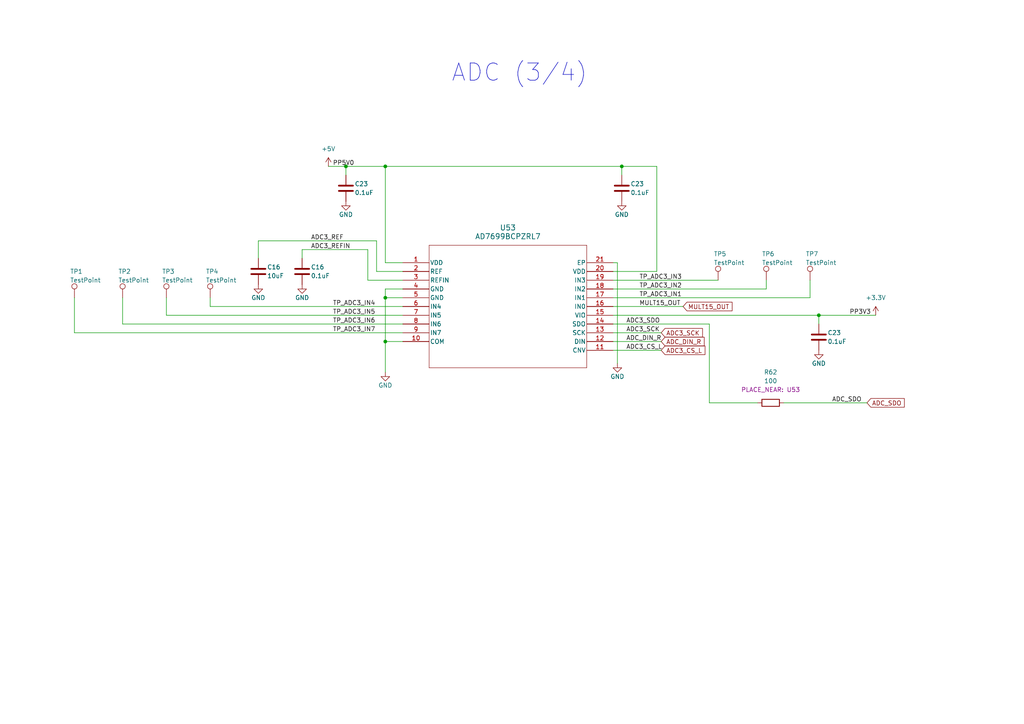
<source format=kicad_sch>
(kicad_sch (version 20230121) (generator eeschema)
  (paper "A4")
  (lib_symbols
    (symbol "AD7699BCPZRL7:AD7699BCPZRL7" (pin_names (offset 0.254))
      (property "Reference" "U" (at 30.48 10.16 0))
      (property "Value" "AD7699BCPZRL7" (at 30.48 7.62 0))
      (symbol "AD7699BCPZRL7_0_1"
        (polyline (pts (xy 7.62 -30.48) (xy 53.34 -30.48)) (stroke (width 0.127)))
        (polyline (pts (xy 7.62 5.08) (xy 7.62 -30.48)) (stroke (width 0.127)))
        (polyline (pts (xy 53.34 -30.48) (xy 53.34 5.08)) (stroke (width 0.127)))
        (polyline (pts (xy 53.34 5.08) (xy 7.62 5.08)) (stroke (width 0.127)))
        (pin power_in line (at 0 0 0) (length 7.62) (name "VDD") (number "1"))
        (pin unspecified line (at 0 -22.86 0) (length 7.62) (name "COM") (number "10"))
        (pin unspecified line (at 60.96 -25.4 180) (length 7.62) (name "CNV") (number "11"))
        (pin unspecified line (at 60.96 -22.86 180) (length 7.62) (name "DIN") (number "12"))
        (pin unspecified line (at 60.96 -20.32 180) (length 7.62) (name "SCK") (number "13"))
        (pin unspecified line (at 60.96 -17.78 180) (length 7.62) (name "SDO") (number "14"))
        (pin power_in line (at 60.96 -15.24 180) (length 7.62) (name "VIO") (number "15"))
        (pin unspecified line (at 60.96 -12.7 180) (length 7.62) (name "IN0") (number "16"))
        (pin unspecified line (at 60.96 -10.16 180) (length 7.62) (name "IN1") (number "17"))
        (pin unspecified line (at 60.96 -7.62 180) (length 7.62) (name "IN2") (number "18"))
        (pin unspecified line (at 60.96 -5.08 180) (length 7.62) (name "IN3") (number "19"))
        (pin unspecified line (at 0 -2.54 0) (length 7.62) (name "REF") (number "2"))
        (pin power_in line (at 60.96 -2.54 180) (length 7.62) (name "VDD") (number "20"))
        (pin unspecified line (at 60.96 0 180) (length 7.62) (name "EP") (number "21"))
        (pin unspecified line (at 0 -5.08 0) (length 7.62) (name "REFIN") (number "3"))
        (pin unspecified line (at 0 -7.62 0) (length 7.62) (name "GND") (number "4"))
        (pin unspecified line (at 0 -10.16 0) (length 7.62) (name "GND") (number "5"))
        (pin unspecified line (at 0 -12.7 0) (length 7.62) (name "IN4") (number "6"))
        (pin unspecified line (at 0 -15.24 0) (length 7.62) (name "IN5") (number "7"))
        (pin unspecified line (at 0 -17.78 0) (length 7.62) (name "IN6") (number "8"))
        (pin unspecified line (at 0 -20.32 0) (length 7.62) (name "IN7") (number "9"))
      )
    )
    (symbol "Connector:TestPoint" (pin_numbers hide) (pin_names (offset 0.762) hide)
      (property "Reference" "TP" (at 0 6.858 0))
      (property "Value" "TestPoint" (at 0 5.08 0))
      (symbol "TestPoint_0_1"
        (circle (center 0 3.302) (radius 0.762))
      )
      (symbol "TestPoint_1_1"
        (pin passive line (at 0 0 90) (length 2.54) (name "1") (number "1"))
      )
    )
    (symbol "Device:C" (pin_numbers hide) (pin_names (offset 0.254))
      (property "Reference" "C" (at 0.635 2.54 0))
      (property "Value" "C" (at 0.635 -2.54 0))
      (symbol "C_0_1"
        (polyline (pts (xy -2.032 -0.762) (xy 2.032 -0.762)) (stroke (width 0.508)))
        (polyline (pts (xy -2.032 0.762) (xy 2.032 0.762)) (stroke (width 0.508)))
      )
      (symbol "C_1_1"
        (pin passive line (at 0 3.81 270) (length 2.794) (name "~") (number "1"))
        (pin passive line (at 0 -3.81 90) (length 2.794) (name "~") (number "2"))
      )
    )
    (symbol "Device:R" (pin_numbers hide) (pin_names (offset 0))
      (property "Reference" "R" (at 2.032 0 90))
      (property "Value" "R" (at 0 0 90))
      (symbol "R_0_1"
        (rectangle (start -1.016 -2.54) (end 1.016 2.54) (stroke (width 0.254)))
      )
      (symbol "R_1_1"
        (pin passive line (at 0 3.81 270) (length 1.27) (name "~") (number "1"))
        (pin passive line (at 0 -3.81 90) (length 1.27) (name "~") (number "2"))
      )
    )
    (symbol "power:+3.3V" (power) (pin_names (offset 0))
      (property "Value" "+3.3V" (at 0 3.556 0))
      (symbol "+3.3V_0_1"
        (polyline (pts (xy -0.762 1.27) (xy 0 2.54)))
        (polyline (pts (xy 0 0) (xy 0 2.54)))
        (polyline (pts (xy 0 2.54) (xy 0.762 1.27)))
      )
      (symbol "+3.3V_1_1"
        (pin power_in line (at 0 0 90) (length 0) hide (name "+3.3V") (number "1"))
      )
    )
    (symbol "power:+5V" (power) (pin_names (offset 0))
      (property "Value" "+5V" (at 0 3.556 0))
      (symbol "+5V_0_1"
        (polyline (pts (xy -0.762 1.27) (xy 0 2.54)))
        (polyline (pts (xy 0 0) (xy 0 2.54)))
        (polyline (pts (xy 0 2.54) (xy 0.762 1.27)))
      )
      (symbol "+5V_1_1"
        (pin power_in line (at 0 0 90) (length 0) hide (name "+5V") (number "1"))
      )
    )
    (symbol "power:GND" (power) (pin_names (offset 0))
      (property "Value" "GND" (at 0 -3.81 0))
      (symbol "GND_0_1"
        (polyline (pts (xy 0 0) (xy 0 -1.27) (xy 1.27 -1.27) (xy 0 -2.54) (xy -1.27 -1.27) (xy 0 -1.27)))
      )
      (symbol "GND_1_1"
        (pin power_in line (at 0 0 270) (length 0) hide (name "GND") (number "1"))
      )
    )
  )
  (junction (at 111.76 48.26))
  (junction (at 180.34 48.26))
  (junction (at 111.76 99.06))
  (junction (at 237.49 91.44))
  (junction (at 111.76 86.36))
  (junction (at 100.33 48.26))
  (wire (pts (xy 177.8 81.28) (xy 208.28 81.28)))
  (wire (pts (xy 227.33 116.84) (xy 251.46 116.84)))
  (wire (pts (xy 100.33 48.26) (xy 100.33 50.8)))
  (wire (pts (xy 111.76 76.2) (xy 111.76 48.26)))
  (wire (pts (xy 179.07 76.2) (xy 177.8 76.2)))
  (wire (pts (xy 177.8 86.36) (xy 234.95 86.36)))
  (wire (pts (xy 106.68 81.28) (xy 116.84 81.28)))
  (wire (pts (xy 222.25 83.82) (xy 222.25 81.28)))
  (wire (pts (xy 60.96 88.9) (xy 116.84 88.9)))
  (wire (pts (xy 109.22 69.85) (xy 109.22 78.74)))
  (wire (pts (xy 111.76 99.06) (xy 116.84 99.06)))
  (wire (pts (xy 48.26 86.36) (xy 48.26 91.44)))
  (wire (pts (xy 60.96 86.36) (xy 60.96 88.9)))
  (wire (pts (xy 111.76 99.06) (xy 111.76 107.95)))
  (wire (pts (xy 116.84 83.82) (xy 111.76 83.82)))
  (wire (pts (xy 35.56 93.98) (xy 116.84 93.98)))
  (wire (pts (xy 177.8 101.6) (xy 191.77 101.6)))
  (wire (pts (xy 177.8 88.9) (xy 198.12 88.9)))
  (wire (pts (xy 116.84 76.2) (xy 111.76 76.2)))
  (wire (pts (xy 180.34 48.26) (xy 180.34 50.8)))
  (wire (pts (xy 190.5 78.74) (xy 190.5 48.26)))
  (wire (pts (xy 177.8 99.06) (xy 191.77 99.06)))
  (wire (pts (xy 237.49 91.44) (xy 254 91.44)))
  (wire (pts (xy 237.49 91.44) (xy 237.49 93.98)))
  (wire (pts (xy 205.74 116.84) (xy 219.71 116.84)))
  (wire (pts (xy 48.26 91.44) (xy 116.84 91.44)))
  (wire (pts (xy 179.07 105.41) (xy 179.07 76.2)))
  (wire (pts (xy 21.59 86.36) (xy 21.59 96.52)))
  (wire (pts (xy 111.76 83.82) (xy 111.76 86.36)))
  (wire (pts (xy 190.5 48.26) (xy 180.34 48.26)))
  (wire (pts (xy 111.76 86.36) (xy 116.84 86.36)))
  (wire (pts (xy 234.95 86.36) (xy 234.95 81.28)))
  (wire (pts (xy 180.34 48.26) (xy 111.76 48.26)))
  (wire (pts (xy 106.68 72.39) (xy 106.68 81.28)))
  (wire (pts (xy 87.63 72.39) (xy 87.63 74.93)))
  (wire (pts (xy 21.59 96.52) (xy 116.84 96.52)))
  (wire (pts (xy 109.22 78.74) (xy 116.84 78.74)))
  (wire (pts (xy 177.8 91.44) (xy 237.49 91.44)))
  (wire (pts (xy 177.8 78.74) (xy 190.5 78.74)))
  (wire (pts (xy 35.56 86.36) (xy 35.56 93.98)))
  (wire (pts (xy 87.63 72.39) (xy 106.68 72.39)))
  (wire (pts (xy 111.76 86.36) (xy 111.76 99.06)))
  (wire (pts (xy 95.25 48.26) (xy 100.33 48.26)))
  (wire (pts (xy 74.93 69.85) (xy 74.93 74.93)))
  (wire (pts (xy 177.8 93.98) (xy 205.74 93.98)))
  (wire (pts (xy 205.74 93.98) (xy 205.74 116.84)))
  (wire (pts (xy 100.33 48.26) (xy 111.76 48.26)))
  (wire (pts (xy 74.93 69.85) (xy 109.22 69.85)))
  (wire (pts (xy 177.8 83.82) (xy 222.25 83.82)))
  (wire (pts (xy 177.8 96.52) (xy 191.77 96.52)))
  (text "ADC (3/4)" (at 130.81 24.13 0) (effects (font (size 5 5)) (justify left bottom)))
  (label "ADC3_REF" (at 90.17 69.85 0))
  (label "ADC3_REFIN" (at 90.17 72.39 0))
  (label "ADC3_SCK" (at 181.61 96.52 0))
  (label "PP5V0" (at 96.52 48.26 0))
  (label "ADC3_CS_L" (at 181.61 101.6 0))
  (label "TP_ADC3_IN5" (at 96.52 91.44 0))
  (label "MULT15_OUT" (at 185.42 88.9 0))
  (label "TP_ADC3_IN2" (at 185.42 83.82 0))
  (label "ADC_SDO" (at 241.3 116.84 0))
  (label "ADC_DIN_R" (at 181.61 99.06 0))
  (label "TP_ADC3_IN7" (at 96.52 96.52 0))
  (label "TP_ADC3_IN6" (at 96.52 93.98 0))
  (label "TP_ADC3_IN1" (at 185.42 86.36 0))
  (label "ADC3_SDO" (at 181.61 93.98 0))
  (label "PP3V3" (at 246.38 91.44 0))
  (label "TP_ADC3_IN3" (at 185.42 81.28 0))
  (label "TP_ADC3_IN4" (at 96.52 88.9 0))
  (global_label "ADC_SDO" (shape input) (at 251.46 116.84 0) (property "Intersheetrefs" "${INTERSHEET_REFS}" (effects hide)))
  (global_label "MULT15_OUT" (shape input) (at 198.12 88.9 0) (property "Intersheetrefs" "${INTERSHEET_REFS}" (effects hide)))
  (global_label "ADC3_SCK" (shape input) (at 191.77 96.52 0) (property "Intersheetrefs" "${INTERSHEET_REFS}" (effects hide)))
  (global_label "ADC3_CS_L" (shape input) (at 191.77 101.6 0) (property "Intersheetrefs" "${INTERSHEET_REFS}" (effects hide)))
  (global_label "ADC_DIN_R" (shape input) (at 191.77 99.06 0) (property "Intersheetrefs" "${INTERSHEET_REFS}" (effects hide)))
  (symbol (lib_id "Device:R") (at 223.52 116.84 270) (unit 1)
    (property "Reference" "R62" (at 223.52 107.95 90))
    (property "Value" "100" (at 223.52 110.49 90))
    (property "Footprint" "Resistor_SMD:R_0805_2012Metric" (effects hide))
    (property "PLACE_NEAR" "U53" (at 223.52 113.03 90) (show_name))
    (instances (project "fydp" (path "" (reference "R62") (unit 1)) (path "" (reference "R33") (unit 1)) (path "" (reference "R36") (unit 1)) (path "" (reference "R97") (unit 1))) (project "untitled" (path "" (reference "R62") (unit 1))))
  )
  (symbol (lib_id "power:+5V") (at 95.25 48.26 0) (unit 1)
    (property "Reference" "#PWR021" (effects hide))
    (property "Value" "+5V" (at 95.25 43.18 0))
    (instances (project "fydp" (path "" (reference "#PWR021") (unit 1)) (path "" (reference "#PWR052") (unit 1)) (path "" (reference "#PWR085") (unit 1)) (path "" (reference "#PWR0195") (unit 1)) (path "" (reference "#PWR0206") (unit 1)) (path "" (reference "#PWR0211") (unit 1))))
  )
  (symbol (lib_id "Device:C") (at 237.49 97.79 0) (unit 1)
    (property "Reference" "C23" (at 240.03 96.52 0) (effects (justify left)))
    (property "Value" "0.1uF" (at 240.03 99.06 0) (effects (justify left)))
    (property "Footprint" "Capacitor_SMD:C_0805_2012Metric" (effects hide))
    (instances (project "fydp" (path "" (reference "C23") (unit 1)) (path "" (reference "C46") (unit 1)) (path "" (reference "C70") (unit 1)) (path "" (reference "C94") (unit 1)) (path "" (reference "C142") (unit 1)) (path "" (reference "C118") (unit 1)) (path "" (reference "C166") (unit 1)) (path "" (reference "C190") (unit 1)) (path "" (reference "C208") (unit 1)) (path "" (reference "C216") (unit 1))) (project "untitled" (path "" (reference "C23") (unit 1))))
  )
  (symbol (lib_id "Device:C") (at 180.34 54.61 0) (unit 1)
    (property "Reference" "C23" (at 182.88 53.34 0) (effects (justify left)))
    (property "Value" "0.1uF" (at 182.88 55.88 0) (effects (justify left)))
    (property "Footprint" "Capacitor_SMD:C_0805_2012Metric" (effects hide))
    (instances (project "fydp" (path "" (reference "C23") (unit 1)) (path "" (reference "C46") (unit 1)) (path "" (reference "C70") (unit 1)) (path "" (reference "C94") (unit 1)) (path "" (reference "C142") (unit 1)) (path "" (reference "C118") (unit 1)) (path "" (reference "C166") (unit 1)) (path "" (reference "C190") (unit 1)) (path "" (reference "C207") (unit 1)) (path "" (reference "C211") (unit 1)) (path "" (reference "C3") (unit 1))) (project "untitled" (path "" (reference "C23") (unit 1))))
  )
  (symbol (lib_id "Connector:TestPoint") (at 222.25 81.28 0) (unit 1)
    (property "Reference" "TP6" (at 220.98 73.66 0) (effects (justify left)))
    (property "Value" "TestPoint" (at 220.98 76.2 0) (effects (justify left)))
    (property "Footprint" "TestPoint:TestPoint_Pad_1.0x1.0mm" (effects hide))
    (instances (project "fydp" (path "" (reference "TP6") (unit 1)) (path "" (reference "TP22") (unit 1))) (project "untitled" (path "" (reference "TP2") (unit 1))))
  )
  (symbol (lib_id "Connector:TestPoint") (at 208.28 81.28 0) (unit 1)
    (property "Reference" "TP5" (at 207.01 73.66 0) (effects (justify left)))
    (property "Value" "TestPoint" (at 207.01 76.2 0) (effects (justify left)))
    (property "Footprint" "TestPoint:TestPoint_Pad_1.0x1.0mm" (effects hide))
    (instances (project "fydp" (path "" (reference "TP5") (unit 1)) (path "" (reference "TP21") (unit 1))) (project "untitled" (path "" (reference "TP2") (unit 1))))
  )
  (symbol (lib_id "power:GND") (at 87.63 82.55 0) (unit 1)
    (property "Reference" "#PWR024" (effects hide))
    (property "Value" "GND" (at 87.63 86.36 0))
    (instances (project "fydp" (path "" (reference "#PWR024") (unit 1)) (path "" (reference "#PWR048") (unit 1)) (path "" (reference "#PWR084") (unit 1)) (path "" (reference "#PWR0120") (unit 1)) (path "" (reference "#PWR0192") (unit 1)) (path "" (reference "#PWR0156") (unit 1)) (path "" (reference "#PWR0228") (unit 1)) (path "" (reference "#PWR0264") (unit 1)) (path "" (reference "#PWR0100") (unit 1)) (path "" (reference "#PWR0306") (unit 1))) (project "untitled" (path "" (reference "#PWR024") (unit 1))))
  )
  (symbol (lib_id "power:GND") (at 179.07 105.41 0) (unit 1)
    (property "Reference" "#PWR035" (effects hide))
    (property "Value" "GND" (at 179.07 109.22 0))
    (instances (project "fydp" (path "" (reference "#PWR035") (unit 1)) (path "" (reference "#PWR070") (unit 1)) (path "" (reference "#PWR0106") (unit 1)) (path "" (reference "#PWR0142") (unit 1)) (path "" (reference "#PWR0214") (unit 1)) (path "" (reference "#PWR0178") (unit 1)) (path "" (reference "#PWR0250") (unit 1)) (path "" (reference "#PWR0286") (unit 1)) (path "" (reference "#PWR0171") (unit 1)) (path "" (reference "#PWR0309") (unit 1))) (project "untitled" (path "" (reference "#PWR035") (unit 1))))
  )
  (symbol (lib_id "AD7699BCPZRL7:AD7699BCPZRL7") (at 116.84 76.2 0) (unit 1)
    (property "Reference" "U53" (at 147.32 66.04 0) (effects (font (size 1.524 1.524))))
    (property "Value" "AD7699BCPZRL7" (at 147.32 68.58 0) (effects (font (size 1.524 1.524))))
    (property "Footprint" "fydp:CP_20_4_ADI" (effects hide))
    (property "Datasheet" "AD7699BCPZRL7" (effects hide))
    (instances (project "fydp" (path "" (reference "U53") (unit 1)) (path "" (reference "U57") (unit 1))) (project "untitled" (path "" (reference "U57") (unit 1))))
  )
  (symbol (lib_id "Connector:TestPoint") (at 60.96 86.36 0) (unit 1)
    (property "Reference" "TP4" (at 59.69 78.74 0) (effects (justify left)))
    (property "Value" "TestPoint" (at 59.69 81.28 0) (effects (justify left)))
    (property "Footprint" "TestPoint:TestPoint_Pad_1.0x1.0mm" (effects hide))
    (instances (project "fydp" (path "" (reference "TP4") (unit 1)) (path "" (reference "TP20") (unit 1))) (project "untitled" (path "" (reference "TP2") (unit 1))))
  )
  (symbol (lib_id "Connector:TestPoint") (at 35.56 86.36 0) (unit 1)
    (property "Reference" "TP2" (at 34.29 78.74 0) (effects (justify left)))
    (property "Value" "TestPoint" (at 34.29 81.28 0) (effects (justify left)))
    (property "Footprint" "TestPoint:TestPoint_Pad_1.0x1.0mm" (effects hide))
    (instances (project "fydp" (path "" (reference "TP2") (unit 1)) (path "" (reference "TP18") (unit 1))) (project "untitled" (path "" (reference "TP2") (unit 1))))
  )
  (symbol (lib_id "power:GND") (at 100.33 58.42 0) (unit 1)
    (property "Reference" "#PWR035" (effects hide))
    (property "Value" "GND" (at 100.33 62.23 0))
    (instances (project "fydp" (path "" (reference "#PWR035") (unit 1)) (path "" (reference "#PWR070") (unit 1)) (path "" (reference "#PWR0106") (unit 1)) (path "" (reference "#PWR0142") (unit 1)) (path "" (reference "#PWR0214") (unit 1)) (path "" (reference "#PWR0178") (unit 1)) (path "" (reference "#PWR0250") (unit 1)) (path "" (reference "#PWR0286") (unit 1)) (path "" (reference "#PWR0135") (unit 1)) (path "" (reference "#PWR0307") (unit 1))) (project "untitled" (path "" (reference "#PWR035") (unit 1))))
  )
  (symbol (lib_id "power:+3.3V") (at 254 91.44 0) (unit 1)
    (property "Reference" "#PWR013" (effects hide))
    (property "Value" "+3.3V" (at 254 86.36 0))
    (instances (project "fydp" (path "" (reference "#PWR013") (unit 1)) (path "" (reference "#PWR031") (unit 1)) (path "" (reference "#PWR0205") (unit 1)) (path "" (reference "#PWR0212") (unit 1))))
  )
  (symbol (lib_id "Connector:TestPoint") (at 21.59 86.36 0) (unit 1)
    (property "Reference" "TP1" (at 20.32 78.74 0) (effects (justify left)))
    (property "Value" "TestPoint" (at 20.32 81.28 0) (effects (justify left)))
    (property "Footprint" "TestPoint:TestPoint_Pad_1.0x1.0mm" (effects hide))
    (instances (project "fydp" (path "" (reference "TP1") (unit 1)) (path "" (reference "TP17") (unit 1))) (project "untitled" (path "" (reference "TP2") (unit 1))))
  )
  (symbol (lib_id "Connector:TestPoint") (at 48.26 86.36 0) (unit 1)
    (property "Reference" "TP3" (at 46.99 78.74 0) (effects (justify left)))
    (property "Value" "TestPoint" (at 46.99 81.28 0) (effects (justify left)))
    (property "Footprint" "TestPoint:TestPoint_Pad_1.0x1.0mm" (effects hide))
    (instances (project "fydp" (path "" (reference "TP3") (unit 1)) (path "" (reference "TP19") (unit 1))) (project "untitled" (path "" (reference "TP2") (unit 1))))
  )
  (symbol (lib_id "power:GND") (at 111.76 107.95 0) (unit 1)
    (property "Reference" "#PWR035" (effects hide))
    (property "Value" "GND" (at 111.76 111.76 0))
    (instances (project "fydp" (path "" (reference "#PWR035") (unit 1)) (path "" (reference "#PWR070") (unit 1)) (path "" (reference "#PWR0106") (unit 1)) (path "" (reference "#PWR0142") (unit 1)) (path "" (reference "#PWR0214") (unit 1)) (path "" (reference "#PWR0178") (unit 1)) (path "" (reference "#PWR0250") (unit 1)) (path "" (reference "#PWR0286") (unit 1)) (path "" (reference "#PWR0136") (unit 1)) (path "" (reference "#PWR0308") (unit 1))) (project "untitled" (path "" (reference "#PWR035") (unit 1))))
  )
  (symbol (lib_id "Device:C") (at 74.93 78.74 0) (unit 1)
    (property "Reference" "C16" (at 77.47 77.47 0) (effects (justify left)))
    (property "Value" "10uF" (at 77.47 80.01 0) (effects (justify left)))
    (property "Footprint" "Capacitor_SMD:C_0805_2012Metric" (effects hide))
    (instances (project "fydp" (path "" (reference "C16") (unit 1)) (path "" (reference "C32") (unit 1)) (path "" (reference "C56") (unit 1)) (path "" (reference "C80") (unit 1)) (path "" (reference "C128") (unit 1)) (path "" (reference "C104") (unit 1)) (path "" (reference "C152") (unit 1)) (path "" (reference "C176") (unit 1)) (path "" (reference "C205") (unit 1)) (path "" (reference "C213") (unit 1))) (project "untitled" (path "" (reference "C16") (unit 1))))
  )
  (symbol (lib_id "power:GND") (at 237.49 101.6 0) (unit 1)
    (property "Reference" "#PWR035" (effects hide))
    (property "Value" "GND" (at 237.49 105.41 0))
    (instances (project "fydp" (path "" (reference "#PWR035") (unit 1)) (path "" (reference "#PWR070") (unit 1)) (path "" (reference "#PWR0106") (unit 1)) (path "" (reference "#PWR0142") (unit 1)) (path "" (reference "#PWR0214") (unit 1)) (path "" (reference "#PWR0178") (unit 1)) (path "" (reference "#PWR0250") (unit 1)) (path "" (reference "#PWR0286") (unit 1)) (path "" (reference "#PWR0172") (unit 1)) (path "" (reference "#PWR0310") (unit 1))) (project "untitled" (path "" (reference "#PWR035") (unit 1))))
  )
  (symbol (lib_id "Device:C") (at 87.63 78.74 0) (unit 1)
    (property "Reference" "C16" (at 90.17 77.47 0) (effects (justify left)))
    (property "Value" "0.1uF" (at 90.17 80.01 0) (effects (justify left)))
    (property "Footprint" "Capacitor_SMD:C_0805_2012Metric" (effects hide))
    (instances (project "fydp" (path "" (reference "C16") (unit 1)) (path "" (reference "C32") (unit 1)) (path "" (reference "C56") (unit 1)) (path "" (reference "C80") (unit 1)) (path "" (reference "C128") (unit 1)) (path "" (reference "C104") (unit 1)) (path "" (reference "C152") (unit 1)) (path "" (reference "C176") (unit 1)) (path "" (reference "C206") (unit 1)) (path "" (reference "C214") (unit 1))) (project "untitled" (path "" (reference "C16") (unit 1))))
  )
  (symbol (lib_id "Device:C") (at 100.33 54.61 0) (unit 1)
    (property "Reference" "C23" (at 102.87 53.34 0) (effects (justify left)))
    (property "Value" "0.1uF" (at 102.87 55.88 0) (effects (justify left)))
    (property "Footprint" "Capacitor_SMD:C_0805_2012Metric" (effects hide))
    (instances (project "fydp" (path "" (reference "C23") (unit 1)) (path "" (reference "C46") (unit 1)) (path "" (reference "C70") (unit 1)) (path "" (reference "C94") (unit 1)) (path "" (reference "C142") (unit 1)) (path "" (reference "C118") (unit 1)) (path "" (reference "C166") (unit 1)) (path "" (reference "C190") (unit 1)) (path "" (reference "C207") (unit 1)) (path "" (reference "C215") (unit 1))) (project "untitled" (path "" (reference "C23") (unit 1))))
  )
  (symbol (lib_id "power:GND") (at 74.93 82.55 0) (unit 1)
    (property "Reference" "#PWR024" (effects hide))
    (property "Value" "GND" (at 74.93 86.36 0))
    (instances (project "fydp" (path "" (reference "#PWR024") (unit 1)) (path "" (reference "#PWR048") (unit 1)) (path "" (reference "#PWR084") (unit 1)) (path "" (reference "#PWR0120") (unit 1)) (path "" (reference "#PWR0192") (unit 1)) (path "" (reference "#PWR0156") (unit 1)) (path "" (reference "#PWR0228") (unit 1)) (path "" (reference "#PWR0264") (unit 1)) (path "" (reference "#PWR099") (unit 1)) (path "" (reference "#PWR0305") (unit 1))) (project "untitled" (path "" (reference "#PWR024") (unit 1))))
  )
  (symbol (lib_id "Connector:TestPoint") (at 234.95 81.28 0) (unit 1)
    (property "Reference" "TP7" (at 233.68 73.66 0) (effects (justify left)))
    (property "Value" "TestPoint" (at 233.68 76.2 0) (effects (justify left)))
    (property "Footprint" "TestPoint:TestPoint_Pad_1.0x1.0mm" (effects hide))
    (instances (project "fydp" (path "" (reference "TP7") (unit 1)) (path "" (reference "TP23") (unit 1))) (project "untitled" (path "" (reference "TP2") (unit 1))))
  )
  (symbol (lib_id "power:GND") (at 180.34 58.42 0) (unit 1)
    (property "Reference" "#PWR035" (effects hide))
    (property "Value" "GND" (at 180.34 62.23 0))
    (instances (project "fydp" (path "" (reference "#PWR035") (unit 1)) (path "" (reference "#PWR070") (unit 1)) (path "" (reference "#PWR0106") (unit 1)) (path "" (reference "#PWR0142") (unit 1)) (path "" (reference "#PWR0214") (unit 1)) (path "" (reference "#PWR0178") (unit 1)) (path "" (reference "#PWR0250") (unit 1)) (path "" (reference "#PWR0286") (unit 1)) (path "" (reference "#PWR0135") (unit 1)) (path "" (reference "#PWR0243") (unit 1)) (path "" (reference "#PWR09") (unit 1))) (project "untitled" (path "" (reference "#PWR035") (unit 1))))
  )
)
</source>
